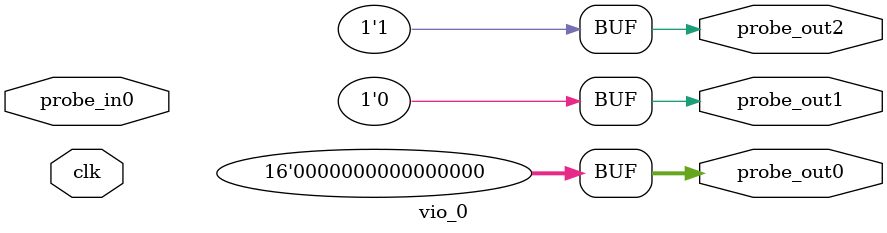
<source format=v>
`timescale 1ns / 1ps
module vio_0 (
clk,
probe_in0,
probe_out0,
probe_out1,
probe_out2
);

input clk;
input [3 : 0] probe_in0;

output reg [15 : 0] probe_out0 = 'h0000 ;
output reg [0 : 0] probe_out1 = 'h0 ;
output reg [0 : 0] probe_out2 = 'h1 ;


endmodule

</source>
